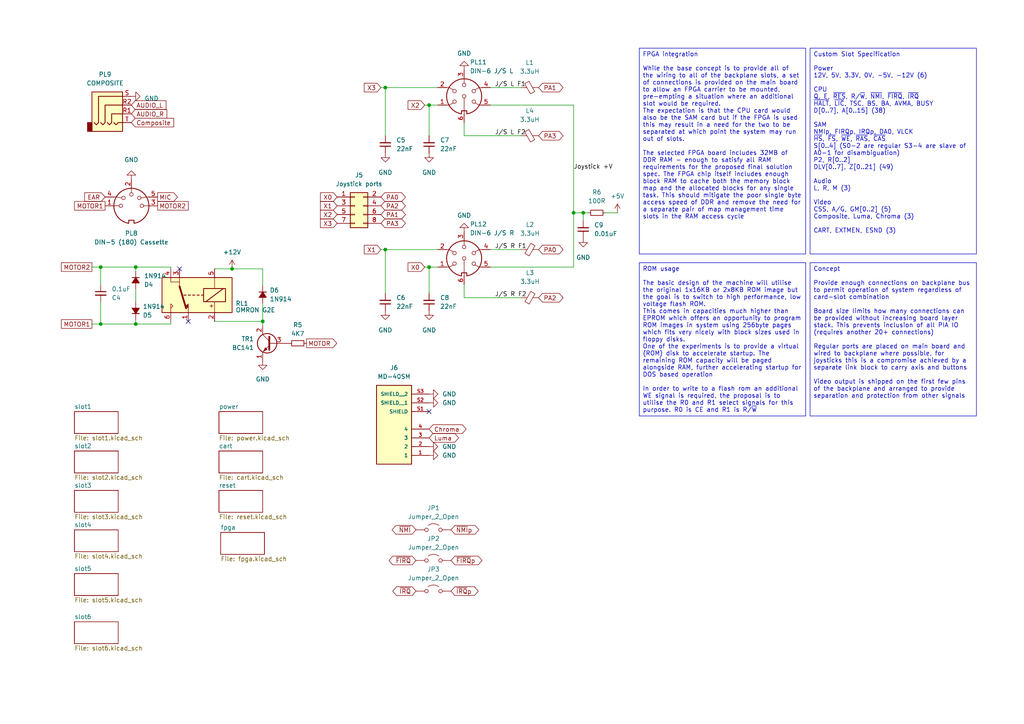
<source format=kicad_sch>
(kicad_sch (version 20231120) (generator "eeschema") (generator_version "8.0")
  (paper "A4")
  (lib_symbols
    (symbol "Connector:DIN-5_180degree" (pin_names (offset 1.016))
      (property "Reference" "J" (at 3.175 5.715 0))
      (property "Value" "DIN-5_180degree" (at 0 -6.35 0))
      (symbol "DIN-5_180degree_0_1"
        (arc (start -5.08 0) (mid -3.8597 -3.3379) (end -0.762 -5.08) (stroke (width 0.254)))
        (circle (center -3.048 0) (radius 0.508))
        (circle (center -2.286 2.286) (radius 0.508))
        (polyline (pts (xy -5.08 0) (xy -3.556 0)))
        (polyline (pts (xy 0 5.08) (xy 0 3.81)))
        (polyline (pts (xy 5.08 0) (xy 3.556 0)))
        (polyline (pts (xy -5.08 2.54) (xy -4.318 2.54) (xy -2.794 2.286)))
        (polyline (pts (xy 5.08 2.54) (xy 4.318 2.54) (xy 2.794 2.286)))
        (polyline (pts (xy -0.762 -4.953) (xy -0.762 -4.191) (xy 0.762 -4.191) (xy 0.762 -4.953)) (stroke (width 0.254)))
        (circle (center 0 3.302) (radius 0.508))
        (arc (start 0.762 -5.08) (mid 3.8673 -3.3444) (end 5.08 0) (stroke (width 0.254)))
        (circle (center 2.286 2.286) (radius 0.508))
        (circle (center 3.048 0) (radius 0.508))
        (arc (start 5.08 0) (mid 0 5.0579) (end -5.08 0) (stroke (width 0.254)))
      )
      (symbol "DIN-5_180degree_1_1"
        (pin passive line (at -7.62 0 0) (length 2.54) (name "~") (number "1"))
        (pin passive line (at 0 7.62 270) (length 2.54) (name "~") (number "2"))
        (pin passive line (at 7.62 0 180) (length 2.54) (name "~") (number "3"))
        (pin passive line (at -7.62 2.54 0) (length 2.54) (name "~") (number "4"))
        (pin passive line (at 7.62 2.54 180) (length 2.54) (name "~") (number "5"))
      )
    )
    (symbol "Connector:DIN-6" (pin_names (offset 1.016))
      (property "Reference" "J" (at 3.175 5.715 0))
      (property "Value" "DIN-6" (at 4.445 -4.445 0))
      (symbol "DIN-6_0_1"
        (arc (start -5.08 0) (mid -3.8597 -3.3379) (end -0.762 -5.08) (stroke (width 0.254)))
        (circle (center -2.794 -1.524) (radius 0.508))
        (circle (center -2.794 1.524) (radius 0.508))
        (polyline (pts (xy 0 -5.08) (xy 0 -0.508)))
        (polyline (pts (xy 0 5.08) (xy 0 3.81)))
        (polyline (pts (xy -5.08 -2.54) (xy -4.318 -2.54) (xy -3.175 -1.905)))
        (polyline (pts (xy -5.08 2.54) (xy -4.318 2.54) (xy -3.175 1.905)))
        (polyline (pts (xy 5.08 -2.54) (xy 4.318 -2.54) (xy 3.175 -1.905)))
        (polyline (pts (xy 5.08 2.54) (xy 4.318 2.54) (xy 3.175 1.905)))
        (polyline (pts (xy -0.762 -4.953) (xy -0.762 -4.191) (xy 0.762 -4.191) (xy 0.762 -4.953)) (stroke (width 0.254)))
        (circle (center 0 0) (radius 0.508))
        (circle (center 0 3.302) (radius 0.508))
        (arc (start 0.762 -5.08) (mid 3.8673 -3.3444) (end 5.08 0) (stroke (width 0.254)))
        (circle (center 2.794 -1.524) (radius 0.508))
        (circle (center 2.794 1.524) (radius 0.508))
        (arc (start 5.08 0) (mid 0 5.0579) (end -5.08 0) (stroke (width 0.254)))
      )
      (symbol "DIN-6_1_1"
        (pin passive line (at -7.62 -2.54 0) (length 2.54) (name "~") (number "1"))
        (pin passive line (at -7.62 2.54 0) (length 2.54) (name "~") (number "2"))
        (pin passive line (at 0 7.62 270) (length 2.54) (name "~") (number "3"))
        (pin passive line (at 7.62 2.54 180) (length 2.54) (name "~") (number "4"))
        (pin passive line (at 7.62 -2.54 180) (length 2.54) (name "~") (number "5"))
        (pin passive line (at 0 -7.62 90) (length 2.54) (name "~") (number "6"))
      )
    )
    (symbol "Connector_Audio:AudioJack4"
      (property "Reference" "J" (at 0 8.89 0))
      (property "Value" "AudioJack4" (at 0 6.35 0))
      (symbol "AudioJack4_0_1"
        (rectangle (start -6.35 -5.08) (end -7.62 -7.62) (stroke (width 0.254)) (fill (type outline)))
        (polyline (pts (xy 0 -5.08) (xy 0.635 -5.715) (xy 1.27 -5.08) (xy 2.54 -5.08)) (stroke (width 0.254)))
        (polyline (pts (xy -5.715 -5.08) (xy -5.08 -5.715) (xy -4.445 -5.08) (xy -4.445 2.54) (xy 2.54 2.54)) (stroke (width 0.254)))
        (polyline (pts (xy -1.905 -5.08) (xy -1.27 -5.715) (xy -0.635 -5.08) (xy -0.635 -2.54) (xy 2.54 -2.54)) (stroke (width 0.254)))
        (polyline (pts (xy 2.54 0) (xy -2.54 0) (xy -2.54 -5.08) (xy -3.175 -5.715) (xy -3.81 -5.08)) (stroke (width 0.254)))
        (rectangle (start 2.54 3.81) (end -6.35 -7.62) (stroke (width 0.254)) (fill (type background)))
      )
      (symbol "AudioJack4_1_1"
        (pin passive line (at 5.08 -2.54 180) (length 2.54) (name "~") (number "R1"))
        (pin passive line (at 5.08 0 180) (length 2.54) (name "~") (number "R2"))
        (pin passive line (at 5.08 2.54 180) (length 2.54) (name "~") (number "S"))
        (pin passive line (at 5.08 -5.08 180) (length 2.54) (name "~") (number "T"))
      )
    )
    (symbol "Connector_Generic:Conn_02x04_Odd_Even" (pin_names (offset 1.016) hide)
      (property "Reference" "J" (at 1.27 5.08 0))
      (property "Value" "Conn_02x04_Odd_Even" (at 1.27 -7.62 0))
      (symbol "Conn_02x04_Odd_Even_1_1"
        (rectangle (start -1.27 -4.953) (end 0 -5.207) (stroke (width 0.1524)))
        (rectangle (start -1.27 -2.413) (end 0 -2.667) (stroke (width 0.1524)))
        (rectangle (start -1.27 0.127) (end 0 -0.127) (stroke (width 0.1524)))
        (rectangle (start -1.27 2.667) (end 0 2.413) (stroke (width 0.1524)))
        (rectangle (start -1.27 3.81) (end 3.81 -6.35) (stroke (width 0.254)) (fill (type background)))
        (rectangle (start 3.81 -4.953) (end 2.54 -5.207) (stroke (width 0.1524)))
        (rectangle (start 3.81 -2.413) (end 2.54 -2.667) (stroke (width 0.1524)))
        (rectangle (start 3.81 0.127) (end 2.54 -0.127) (stroke (width 0.1524)))
        (rectangle (start 3.81 2.667) (end 2.54 2.413) (stroke (width 0.1524)))
        (pin passive line (at -5.08 2.54 0) (length 3.81) (name "Pin_1") (number "1"))
        (pin passive line (at 7.62 2.54 180) (length 3.81) (name "Pin_2") (number "2"))
        (pin passive line (at -5.08 0 0) (length 3.81) (name "Pin_3") (number "3"))
        (pin passive line (at 7.62 0 180) (length 3.81) (name "Pin_4") (number "4"))
        (pin passive line (at -5.08 -2.54 0) (length 3.81) (name "Pin_5") (number "5"))
        (pin passive line (at 7.62 -2.54 180) (length 3.81) (name "Pin_6") (number "6"))
        (pin passive line (at -5.08 -5.08 0) (length 3.81) (name "Pin_7") (number "7"))
        (pin passive line (at 7.62 -5.08 180) (length 3.81) (name "Pin_8") (number "8"))
      )
    )
    (symbol "Device:C_Small" (pin_numbers hide) (pin_names (offset 0.254) hide)
      (property "Reference" "C" (at 0.254 1.778 0))
      (property "Value" "C_Small" (at 0.254 -2.032 0))
      (symbol "C_Small_0_1"
        (polyline (pts (xy -1.524 -0.508) (xy 1.524 -0.508)) (stroke (width 0.3302)))
        (polyline (pts (xy -1.524 0.508) (xy 1.524 0.508)) (stroke (width 0.3048)))
      )
      (symbol "C_Small_1_1"
        (pin passive line (at 0 2.54 270) (length 2.032) (name "~") (number "1"))
        (pin passive line (at 0 -2.54 90) (length 2.032) (name "~") (number "2"))
      )
    )
    (symbol "Device:D_Small_Filled" (pin_numbers hide) (pin_names (offset 0.254) hide)
      (property "Reference" "D" (at -1.27 2.032 0))
      (property "Value" "D_Small_Filled" (at -3.81 -2.032 0))
      (symbol "D_Small_Filled_0_1"
        (polyline (pts (xy -0.762 -1.016) (xy -0.762 1.016)) (stroke (width 0.254)))
        (polyline (pts (xy -0.762 0) (xy 0.762 0)))
        (polyline (pts (xy 0.762 -1.016) (xy -0.762 0) (xy 0.762 1.016) (xy 0.762 -1.016)) (stroke (width 0.254)) (fill (type outline)))
      )
      (symbol "D_Small_Filled_1_1"
        (pin passive line (at -2.54 0 0) (length 1.778) (name "K") (number "1"))
        (pin passive line (at 2.54 0 180) (length 1.778) (name "A") (number "2"))
      )
    )
    (symbol "Device:FerriteBead_Small" (pin_numbers hide) (pin_names (offset 0))
      (property "Reference" "FB" (at 1.905 1.27 0))
      (property "Value" "FerriteBead_Small" (at 1.905 -1.27 0))
      (symbol "FerriteBead_Small_0_1"
        (polyline (pts (xy 0 -1.27) (xy 0 -0.7874)))
        (polyline (pts (xy 0 0.889) (xy 0 1.2954)))
        (polyline (pts (xy -1.8288 0.2794) (xy -1.1176 1.4986) (xy 1.8288 -0.2032) (xy 1.1176 -1.4224) (xy -1.8288 0.2794)))
      )
      (symbol "FerriteBead_Small_1_1"
        (pin passive line (at 0 2.54 270) (length 1.27) (name "~") (number "1"))
        (pin passive line (at 0 -2.54 90) (length 1.27) (name "~") (number "2"))
      )
    )
    (symbol "Device:Q_NPN_ECB" (pin_names (offset 0) hide)
      (property "Reference" "Q" (at 5.08 1.27 0))
      (property "Value" "Q_NPN_ECB" (at 5.08 -1.27 0))
      (symbol "Q_NPN_ECB_0_1"
        (polyline (pts (xy 0.635 0.635) (xy 2.54 2.54)))
        (polyline (pts (xy 0.635 -0.635) (xy 2.54 -2.54) (xy 2.54 -2.54)))
        (polyline (pts (xy 0.635 1.905) (xy 0.635 -1.905) (xy 0.635 -1.905)) (stroke (width 0.508)))
        (polyline (pts (xy 1.27 -1.778) (xy 1.778 -1.27) (xy 2.286 -2.286) (xy 1.27 -1.778) (xy 1.27 -1.778)) (fill (type outline)))
        (circle (center 1.27 0) (radius 2.8194) (stroke (width 0.254)))
      )
      (symbol "Q_NPN_ECB_1_1"
        (pin passive line (at 2.54 -5.08 90) (length 2.54) (name "E") (number "1"))
        (pin passive line (at 2.54 5.08 270) (length 2.54) (name "C") (number "2"))
        (pin passive line (at -5.08 0 0) (length 5.715) (name "B") (number "3"))
      )
    )
    (symbol "Device:R_Small" (pin_numbers hide) (pin_names (offset 0.254) hide)
      (property "Reference" "R" (at 0.762 0.508 0))
      (property "Value" "R_Small" (at 0.762 -1.016 0))
      (symbol "R_Small_0_1"
        (rectangle (start -0.762 1.778) (end 0.762 -1.778) (stroke (width 0.2032)))
      )
      (symbol "R_Small_1_1"
        (pin passive line (at 0 2.54 270) (length 0.762) (name "~") (number "1"))
        (pin passive line (at 0 -2.54 90) (length 0.762) (name "~") (number "2"))
      )
    )
    (symbol "Jumper:Jumper_2_Open" (pin_numbers hide) (pin_names (offset 0) hide) (exclude_from_sim yes)
      (property "Reference" "JP" (at 0 2.794 0))
      (property "Value" "Jumper_2_Open" (at 0 -2.286 0))
      (symbol "Jumper_2_Open_0_0"
        (circle (center -2.032 0) (radius 0.508))
        (circle (center 2.032 0) (radius 0.508))
      )
      (symbol "Jumper_2_Open_0_1"
        (arc (start 1.524 1.27) (mid 0 1.778) (end -1.524 1.27))
      )
      (symbol "Jumper_2_Open_1_1"
        (pin passive line (at -5.08 0 0) (length 2.54) (name "A") (number "1"))
        (pin passive line (at 5.08 0 180) (length 2.54) (name "B") (number "2"))
      )
    )
    (symbol "Library:MD-40SM" (pin_names (offset 1.016))
      (property "Reference" "J" (at -5.08 8.382 0))
      (property "Value" "MD-40SM" (at -5.08 -17.78 0))
      (symbol "MD-40SM_0_0"
        (rectangle (start -5.08 -15.24) (end 5.08 7.62) (stroke (width 0.254)) (fill (type background)))
        (pin passive line (at -10.16 5.08 0) (length 5.08) (name "1") (number "1"))
        (pin passive line (at -10.16 2.54 0) (length 5.08) (name "2") (number "2"))
        (pin passive line (at -10.16 0 0) (length 5.08) (name "3") (number "3"))
        (pin passive line (at -10.16 -2.54 0) (length 5.08) (name "4") (number "4"))
        (pin passive line (at -10.16 -7.62 0) (length 5.08) (name "SHIELD") (number "S1"))
        (pin passive line (at -10.16 -10.16 0) (length 5.08) (name "SHIELD__1") (number "S2"))
        (pin passive line (at -10.16 -12.7 0) (length 5.08) (name "SHIELD__2") (number "S3"))
      )
    )
    (symbol "Motorola PIA:G2E"
      (property "Reference" "RL" (at 0 0 0))
      (symbol "G2E_0_0"
        (polyline (pts (xy 7.62 5.08) (xy 7.62 2.54) (xy 6.985 3.175) (xy 7.62 3.81)))
        (text "+" (at -4.191 3.048 0) (effects (font (size 1.27 1.27))))
      )
      (symbol "G2E_0_1"
        (rectangle (start -10.16 5.08) (end 10.16 -5.08) (stroke (width 0.254)) (fill (type background)))
        (rectangle (start -8.255 1.905) (end -1.905 -1.905) (stroke (width 0.254)))
        (polyline (pts (xy -7.62 -1.905) (xy -2.54 1.905)) (stroke (width 0.254)))
        (polyline (pts (xy -5.08 -5.08) (xy -5.08 -1.905)))
        (polyline (pts (xy -5.08 5.08) (xy -5.08 1.905)))
        (polyline (pts (xy -1.905 0) (xy -1.27 0)) (stroke (width 0.254)))
        (polyline (pts (xy -0.635 0) (xy 0 0)) (stroke (width 0.254)))
        (polyline (pts (xy 0.635 0) (xy 1.27 0)) (stroke (width 0.254)))
        (polyline (pts (xy 1.905 0) (xy 2.54 0)) (stroke (width 0.254)))
        (polyline (pts (xy 3.175 0) (xy 3.81 0)) (stroke (width 0.254)))
        (polyline (pts (xy 5.08 -2.54) (xy 3.175 3.81)) (stroke (width 0.508)))
        (polyline (pts (xy 5.08 -2.54) (xy 5.08 -5.08)))
        (polyline (pts (xy 5.08 -3.81) (xy 7.62 -3.81) (xy 7.62 -5.08)))
        (polyline (pts (xy 2.54 5.08) (xy 2.54 2.54) (xy 3.175 3.175) (xy 2.54 3.81)) (fill (type outline)))
      )
      (symbol "G2E_1_1"
        (pin passive line (at 2.54 7.62 270) (length 2.54) (name "~") (number "1"))
        (pin passive line (at -5.08 7.62 270) (length 2.54) (name "~") (number "2"))
        (pin passive line (at 5.08 -7.62 90) (length 2.54) (name "~") (number "3"))
        (pin passive line (at 7.62 -7.62 90) (length 2.54) (name "~") (number "4"))
        (pin passive line (at -5.08 -7.62 90) (length 2.54) (name "~") (number "5"))
        (pin passive line (at 7.62 7.62 270) (length 2.54) (name "~") (number "6"))
      )
    )
    (symbol "power:+12V" (power) (pin_names (offset 0))
      (property "Value" "+12V" (at 0 3.556 0))
      (symbol "+12V_0_1"
        (polyline (pts (xy -0.762 1.27) (xy 0 2.54)))
        (polyline (pts (xy 0 0) (xy 0 2.54)))
        (polyline (pts (xy 0 2.54) (xy 0.762 1.27)))
      )
      (symbol "+12V_1_1"
        (pin power_in line (at 0 0 90) (length 0) hide (name "+12V") (number "1"))
      )
    )
    (symbol "power:+5V" (power) (pin_names (offset 0))
      (property "Value" "+5V" (at 0 3.556 0))
      (symbol "+5V_0_1"
        (polyline (pts (xy -0.762 1.27) (xy 0 2.54)))
        (polyline (pts (xy 0 0) (xy 0 2.54)))
        (polyline (pts (xy 0 2.54) (xy 0.762 1.27)))
      )
      (symbol "+5V_1_1"
        (pin power_in line (at 0 0 90) (length 0) hide (name "+5V") (number "1"))
      )
    )
    (symbol "power:GND" (power) (pin_names (offset 0))
      (property "Value" "GND" (at 0 -3.81 0))
      (symbol "GND_0_1"
        (polyline (pts (xy 0 0) (xy 0 -1.27) (xy 1.27 -1.27) (xy 0 -2.54) (xy -1.27 -1.27) (xy 0 -1.27)))
      )
      (symbol "GND_1_1"
        (pin power_in line (at 0 0 270) (length 0) hide (name "GND") (number "1"))
      )
    )
  )
  (junction (at 111.76 25.4))
  (junction (at 29.21 77.47))
  (junction (at 29.21 93.98))
  (junction (at 76.2 93.218))
  (junction (at 124.46 77.47))
  (junction (at 39.37 77.47))
  (junction (at 169.164 61.722))
  (junction (at 67.31 77.978))
  (junction (at 111.76 72.39))
  (junction (at 124.46 30.48))
  (junction (at 166.37 61.722))
  (junction (at 39.37 93.98))
  (no_connect (at 124.46 119.38))
  (no_connect (at 52.07 77.978))
  (no_connect (at 54.61 93.218))
  (wire (pts (xy 39.37 93.98) (xy 39.37 92.71)))
  (wire (pts (xy 124.46 30.48) (xy 127 30.48)))
  (wire (pts (xy 29.21 82.55) (xy 29.21 77.47)))
  (wire (pts (xy 123.19 30.48) (xy 124.46 30.48)))
  (wire (pts (xy 111.76 25.4) (xy 127 25.4)))
  (wire (pts (xy 39.37 93.98) (xy 49.53 93.98)))
  (wire (pts (xy 142.24 30.48) (xy 166.37 30.48)))
  (wire (pts (xy 67.31 77.978) (xy 76.2 77.978)))
  (wire (pts (xy 26.67 77.47) (xy 29.21 77.47)))
  (wire (pts (xy 29.21 77.47) (xy 39.37 77.47)))
  (wire (pts (xy 62.23 77.978) (xy 67.31 77.978)))
  (wire (pts (xy 166.37 77.47) (xy 166.37 61.722)))
  (wire (pts (xy 111.76 72.39) (xy 110.49 72.39)))
  (wire (pts (xy 111.76 72.39) (xy 111.76 85.09)))
  (wire (pts (xy 76.2 88.011) (xy 76.2 93.218)))
  (wire (pts (xy 166.37 30.48) (xy 166.37 61.722)))
  (wire (pts (xy 76.2 93.218) (xy 76.2 94.488)))
  (wire (pts (xy 169.164 61.722) (xy 170.561 61.722)))
  (wire (pts (xy 142.24 72.39) (xy 151.13 72.39)))
  (wire (pts (xy 76.2 77.978) (xy 76.2 82.931)))
  (wire (pts (xy 39.37 83.82) (xy 39.37 87.63)))
  (wire (pts (xy 39.37 77.47) (xy 49.53 77.47)))
  (wire (pts (xy 166.37 61.722) (xy 169.164 61.722)))
  (wire (pts (xy 142.24 77.47) (xy 166.37 77.47)))
  (wire (pts (xy 49.53 93.218) (xy 49.53 93.98)))
  (wire (pts (xy 169.164 64.008) (xy 169.164 61.722)))
  (wire (pts (xy 111.76 72.39) (xy 127 72.39)))
  (wire (pts (xy 124.46 77.47) (xy 127 77.47)))
  (wire (pts (xy 124.46 77.47) (xy 124.46 85.09)))
  (wire (pts (xy 123.19 77.47) (xy 124.46 77.47)))
  (wire (pts (xy 29.21 93.98) (xy 39.37 93.98)))
  (wire (pts (xy 142.24 25.4) (xy 151.13 25.4)))
  (wire (pts (xy 111.76 25.4) (xy 111.76 39.37)))
  (wire (pts (xy 134.62 86.36) (xy 151.13 86.36)))
  (wire (pts (xy 62.23 93.218) (xy 76.2 93.218)))
  (wire (pts (xy 29.21 87.63) (xy 29.21 93.98)))
  (wire (pts (xy 179.07 61.722) (xy 175.641 61.722)))
  (wire (pts (xy 111.76 25.4) (xy 110.49 25.4)))
  (wire (pts (xy 49.53 77.47) (xy 49.53 77.978)))
  (wire (pts (xy 134.62 39.37) (xy 151.13 39.37)))
  (wire (pts (xy 124.46 30.48) (xy 124.46 39.37)))
  (wire (pts (xy 26.67 93.98) (xy 29.21 93.98)))
  (wire (pts (xy 39.37 78.74) (xy 39.37 77.47)))
  (wire (pts (xy 134.62 82.55) (xy 134.62 86.36)))
  (wire (pts (xy 134.62 35.56) (xy 134.62 39.37)))
  (text_box "ROM usage\n\nThe basic design of the machine will utilise the original 1x16KB or 2x8KB ROM image but the goal is to switch to high performance, low voltage flash ROM. \nThis comes in capacities much higher than EPROM which offers an opportunity to program ROM images in system using 256byte pages which fits very nicely with block sizes used in floppy disks.\nOne of the experiments is to provide a virtual (ROM) disk to accelerate startup. The remaining ROM capacity will be paged alongside RAM, further accelerating startup for DOS based operation\n\nIn order to write to a flash rom an additional WE signal is required, the proposal is to utilise the R0 and R1 select signals for this purpose. R0 is CE and R1 is R/~{W}" (at 185.42 76.2 0) (size 48.26 44.45) (effects (font (size 1.27 1.27)) (justify left top)))
  (text_box "FPGA integration\n\nWhile the base concept is to provide all of the wiring to all of the backplane slots, a set of connections is provided on the main board to allow an FPGA carrier to be mounted, pre-empting a situation where an additional slot would be required.\nThe expectation is that the CPU card would also be the SAM card but if the FPGA is used this may result in a need for the two to be separated at which point the system may run out of slots.\n\nThe selected FPGA board includes 32MB of DDR RAM - enough to satisfy all RAM requirements for the proposed final solution spec. The FPGA chip itself includes enough block RAM to cache both the memory block map and the allocated blocks for any single task. This should mitigate the poor single byte access speed of DDR and remove the need for a separate pair of map management time slots in the RAM access cycle" (at 185.42 13.97 0) (size 48.26 59.69) (effects (font (size 1.27 1.27)) (justify left top)))
  (text_box "Custom Slot Specification\n\nPower\n12V, 5V, 3.3V, 0V, -5V, -12V (6)\n\nCPU\nQ, E, ~{RES}, R/~{W}, ~{NMI}, ~{FIRQ}, ~{IRQ}\n~{HALT}, ~{LIC}, TSC, BS, BA, AVMA, BUSY\nD[0..7], A[0..15] (38)\n\nSAM\nNMIp, FIRQp, IRQp, DA0, VLCK\n~{HS}, ~{FS}, ~{WE}, ~{RAS}, ~{CAS}\nS[0..4] (S0-2 are regular S3-4 are slave of A0-1 for disambiguation)\nP2, R[0..2] \nDLV[0..7], Z[0..21] (49)\n\nAudio\nL, R, M (3)\n\nVideo\nCSS, A/G, GM[0..2] (5)\nComposite, Luma, Chroma (3)\n\nCART, EXTMEN, ESND (3)" (at 234.95 13.97 0) (size 48.26 59.69) (effects (font (size 1.27 1.27)) (justify left top)))
  (text_box "Concept\n\nProvide enough connections on backplane bus to permit operation of system regardless of card-slot combination\n\nBoard size limits how many connections can be provided without increasing board layer stack. This prevents inclusion of all PIA IO (requires another 20+ connections)\n\nRegular ports are placed on main board and wired to backplane where possible, for joysticks this is a compromise achieved by a separate link block to carry axis and buttons\n\nVideo output is shipped on the first few pins of the backplane and arranged to provide separation and protection from other signals" (at 234.95 76.2 0) (size 48.26 44.45) (effects (font (size 1.27 1.27)) (justify left top)))
  (label "Joystick +V" (at 166.37 49.3521 0))
  (label "J{slash}S R F2" (at 143.51 86.36 0))
  (label "J{slash}S L F2" (at 143.51 39.37 0))
  (label "J{slash}S L F1" (at 143.51 25.4 0))
  (label "J{slash}S R F1" (at 143.51 72.39 0))
  (global_label "MOTOR1" (shape passive) (at 30.48 59.69 180) (property "Intersheetrefs" "${INTERSHEET_REFS}" (effects (hide yes))))
  (global_label "X3" (shape input) (at 110.49 25.4 180) (property "Intersheetrefs" "${INTERSHEET_REFS}" (effects (hide yes))))
  (global_label "X0" (shape input) (at 123.19 77.47 180) (property "Intersheetrefs" "${INTERSHEET_REFS}" (effects (hide yes))))
  (global_label "PA1" (shape bidirectional) (at 156.21 25.4 0) (property "Intersheetrefs" "${INTERSHEET_REFS}" (effects (hide yes))))
  (global_label "PA2" (shape bidirectional) (at 110.49 59.69 0) (property "Intersheetrefs" "${INTERSHEET_REFS}" (effects (hide yes))))
  (global_label "~{IRQ}" (shape bidirectional) (at 120.65 171.45 180) (property "Intersheetrefs" "${INTERSHEET_REFS}" (effects (hide yes))))
  (global_label "PA0" (shape bidirectional) (at 110.49 57.15 0) (property "Intersheetrefs" "${INTERSHEET_REFS}" (effects (hide yes))))
  (global_label "MOTOR1" (shape passive) (at 26.67 93.98 180) (property "Intersheetrefs" "${INTERSHEET_REFS}" (effects (hide yes))))
  (global_label "X2" (shape input) (at 97.79 62.23 180) (property "Intersheetrefs" "${INTERSHEET_REFS}" (effects (hide yes))))
  (global_label "AUDIO_R" (shape input) (at 38.1 33.02 0) (property "Intersheetrefs" "${INTERSHEET_REFS}" (effects (hide yes))))
  (global_label "MOTOR" (shape output) (at 88.9 99.568 0) (property "Intersheetrefs" "${INTERSHEET_REFS}" (effects (hide yes))))
  (global_label "X1" (shape input) (at 97.79 59.69 180) (property "Intersheetrefs" "${INTERSHEET_REFS}" (effects (hide yes))))
  (global_label "~{FIRQ}p" (shape bidirectional) (at 130.81 162.56 0) (property "Intersheetrefs" "${INTERSHEET_REFS}" (effects (hide yes))))
  (global_label "X0" (shape input) (at 97.79 57.15 180) (property "Intersheetrefs" "${INTERSHEET_REFS}" (effects (hide yes))))
  (global_label "PA1" (shape bidirectional) (at 110.49 62.23 0) (property "Intersheetrefs" "${INTERSHEET_REFS}" (effects (hide yes))))
  (global_label "X3" (shape input) (at 97.79 64.77 180) (property "Intersheetrefs" "${INTERSHEET_REFS}" (effects (hide yes))))
  (global_label "EAR" (shape input) (at 30.48 57.15 180) (property "Intersheetrefs" "${INTERSHEET_REFS}" (effects (hide yes))))
  (global_label "~{NMI}p" (shape bidirectional) (at 130.81 153.67 0) (property "Intersheetrefs" "${INTERSHEET_REFS}" (effects (hide yes))))
  (global_label "MIC" (shape output) (at 45.72 57.15 0) (property "Intersheetrefs" "${INTERSHEET_REFS}" (effects (hide yes))))
  (global_label "X2" (shape input) (at 123.19 30.48 180) (property "Intersheetrefs" "${INTERSHEET_REFS}" (effects (hide yes))))
  (global_label "MOTOR2" (shape passive) (at 45.72 59.69 0) (property "Intersheetrefs" "${INTERSHEET_REFS}" (effects (hide yes))))
  (global_label "PA3" (shape bidirectional) (at 110.49 64.77 0) (property "Intersheetrefs" "${INTERSHEET_REFS}" (effects (hide yes))))
  (global_label "Composite" (shape input) (at 38.1 35.56 0) (property "Intersheetrefs" "${INTERSHEET_REFS}" (effects (hide yes))))
  (global_label "PA3" (shape bidirectional) (at 156.21 39.37 0) (property "Intersheetrefs" "${INTERSHEET_REFS}" (effects (hide yes))))
  (global_label "~{NMI}" (shape bidirectional) (at 120.65 153.67 180) (property "Intersheetrefs" "${INTERSHEET_REFS}" (effects (hide yes))))
  (global_label "PA2" (shape bidirectional) (at 156.21 86.36 0) (property "Intersheetrefs" "${INTERSHEET_REFS}" (effects (hide yes))))
  (global_label "Luma" (shape bidirectional) (at 124.46 127 0) (property "Intersheetrefs" "${INTERSHEET_REFS}" (effects (hide yes))))
  (global_label "~{IRQ}p" (shape bidirectional) (at 130.81 171.45 0) (property "Intersheetrefs" "${INTERSHEET_REFS}" (effects (hide yes))))
  (global_label "AUDIO_L" (shape input) (at 38.1 30.48 0) (property "Intersheetrefs" "${INTERSHEET_REFS}" (effects (hide yes))))
  (global_label "~{FIRQ}" (shape bidirectional) (at 120.65 162.56 180) (property "Intersheetrefs" "${INTERSHEET_REFS}" (effects (hide yes))))
  (global_label "MOTOR2" (shape passive) (at 26.67 77.47 180) (property "Intersheetrefs" "${INTERSHEET_REFS}" (effects (hide yes))))
  (global_label "X1" (shape input) (at 110.49 72.39 180) (property "Intersheetrefs" "${INTERSHEET_REFS}" (effects (hide yes))))
  (global_label "PA0" (shape bidirectional) (at 156.21 72.39 0) (property "Intersheetrefs" "${INTERSHEET_REFS}" (effects (hide yes))))
  (global_label "Chroma" (shape bidirectional) (at 124.46 124.46 0) (property "Intersheetrefs" "${INTERSHEET_REFS}" (effects (hide yes))))
  (symbol (lib_id "Device:C_Small") (at 111.76 87.63 180) (unit 1)
    (property "Reference" "C6" (at 114.935 86.3535 0) (effects (justify right)))
    (property "Value" "22nF" (at 114.935 88.8935 0) (effects (justify right)))
    (property "Footprint" "Capacitor_THT:C_Disc_D5.0mm_W2.5mm_P5.00mm" (effects (hide yes)))
    (property "Datasheet" "https://www.vishay.com/docs/45171/kseries.pdf" (effects (hide yes)))
    (property "DigiKey" "BC2677CT-ND" (effects (hide yes)))
  )
  (symbol (lib_id "power:GND") (at 169.164 69.088 0) (unit 1)
    (property "Reference" "#PWR067" (effects (hide yes)))
    (property "Value" "GND" (at 169.164 74.676 0))
  )
  (symbol (lib_id "Device:FerriteBead_Small") (at 153.67 25.4 90) (mirror x) (unit 1)
    (property "Reference" "L1" (at 153.6319 18.161 90))
    (property "Value" "3.3uH" (at 153.6319 20.701 90))
    (property "Footprint" "Inductor_THT:L_Axial_L7.0mm_D3.3mm_P12.70mm_Horizontal_Fastron_MICC" (effects (hide yes)))
    (property "DigiKey" "495-5561-1-ND" (effects (hide yes)))
  )
  (symbol (lib_id "power:+5V") (at 179.07 61.722 0) (unit 1)
    (property "Reference" "#PWR068" (effects (hide yes)))
    (property "Value" "+5V" (at 179.07 56.896 0))
  )
  (symbol (lib_id "Device:D_Small_Filled") (at 39.37 81.28 270) (unit 1)
    (property "Reference" "D4" (at 41.783 82.5501 90) (effects (justify left)))
    (property "Value" "1N914" (at 41.783 80.0101 90) (effects (justify left)))
    (property "Footprint" "Diode_THT:D_DO-35_SOD27_P12.70mm_Horizontal" (effects (hide yes)))
    (property "Datasheet" "http://www.vishay.com/docs/85622/1n914.pdf" (effects (hide yes)))
    (property "DigiKey" "1N914FS-ND" (effects (hide yes)))
  )
  (symbol (lib_id "Connector:DIN-6") (at 134.62 74.93 0) (unit 1)
    (property "Reference" "PL12" (at 136.2711 65.024 0) (effects (justify left)))
    (property "Value" "DIN-6 J/S R" (at 136.2711 67.564 0) (effects (justify left)))
    (property "Footprint" "Library:DIN-6_DELTRON_671-0601_Horizontal" (effects (hide yes)))
    (property "Datasheet" "https://www.dem-uk.com/deltron-components/Data/Product_Downloads/deltron-671-0501-5-way-din-socket-data.pdf" (effects (hide yes)))
    (property "Note" "RS Components" (effects (hide yes)))
  )
  (symbol (lib_id "power:GND") (at 124.46 129.54 90) (unit 1)
    (property "Reference" "#PWR073" (effects (hide yes)))
    (property "Value" "GND" (at 128.27 129.5399 90) (effects (justify right)))
  )
  (symbol (lib_id "Device:D_Small_Filled") (at 39.37 90.17 270) (mirror x) (unit 1)
    (property "Reference" "D5" (at 41.402 91.4401 90) (effects (justify left)))
    (property "Value" "1N914" (at 41.402 88.9001 90) (effects (justify left)))
    (property "Footprint" "Diode_THT:D_DO-35_SOD27_P12.70mm_Horizontal" (effects (hide yes)))
    (property "Datasheet" "http://www.vishay.com/docs/85622/1n914.pdf" (effects (hide yes)))
    (property "DigiKey" "1N914FS-ND" (effects (hide yes)))
  )
  (symbol (lib_id "power:GND") (at 124.46 116.84 90) (unit 1)
    (property "Reference" "#PWR070" (effects (hide yes)))
    (property "Value" "GND" (at 128.27 116.8399 90) (effects (justify right)))
  )
  (symbol (lib_id "power:GND") (at 38.1 52.07 0) (mirror x) (unit 1)
    (property "Reference" "#PWR052" (effects (hide yes)))
    (property "Value" "GND" (at 38.1 46.355 0))
  )
  (symbol (lib_id "Connector:DIN-6") (at 134.62 27.94 0) (unit 1)
    (property "Reference" "PL11" (at 136.2711 18.034 0) (effects (justify left)))
    (property "Value" "DIN-6 J/S L" (at 136.2711 20.574 0) (effects (justify left)))
    (property "Footprint" "Library:DIN-6_DELTRON_671-0601_Horizontal" (effects (hide yes)))
    (property "Datasheet" "https://www.dem-uk.com/deltron-components/Data/Product_Downloads/deltron-671-0501-5-way-din-socket-data.pdf" (effects (hide yes)))
    (property "Note" "RS Components" (effects (hide yes)))
  )
  (symbol (lib_id "Device:C_Small") (at 29.21 85.09 0) (mirror y) (unit 1)
    (property "Reference" "C4" (at 32.385 86.3665 0) (effects (justify right)))
    (property "Value" "0.1uF" (at 32.385 83.8265 0) (effects (justify right)))
    (property "Footprint" "Capacitor_THT:C_Disc_D4.3mm_W1.9mm_P5.00mm" (effects (hide yes)))
    (property "Datasheet" "https://www.vishay.com/docs/45171/kseries.pdf" (effects (hide yes)))
    (property "DigiKey" "BC1101CT-ND" (effects (hide yes)))
  )
  (symbol (lib_id "Motorola PIA:G2E") (at 57.15 85.598 180) (unit 1)
    (property "Reference" "RL1" (at 68.326 88.0109 0) (effects (justify right)))
    (property "Value" "OMRON G2E" (at 68.326 89.916 0) (effects (justify right)))
    (property "Footprint" "Library:OMRON_G2E" (effects (hide yes)))
    (property "Datasheet" "https://www.te.com/commerce/DocumentDelivery/DDEController?Action=srchrtrv&DocNm=108-98010&DocType=Specification%20Or%20Standard&DocLang=English&DocFormat=pdf&PartCntxt=3-1393779-3" (effects (hide yes)))
    (property "DigiKey" "PB1623-ND" (effects (hide yes)))
  )
  (symbol (lib_id "Device:R_Small") (at 173.101 61.722 270) (unit 1)
    (property "Reference" "R6" (at 173.101 55.753 90))
    (property "Value" "100R" (at 173.101 58.293 90))
    (property "Footprint" "Resistor_THT:R_Axial_DIN0204_L3.6mm_D1.6mm_P2.54mm_Vertical" (effects (hide yes)))
    (property "DigiKey" "CF14JT100RCT-ND" (effects (hide yes)))
  )
  (symbol (lib_id "Device:R_Small") (at 86.36 99.568 90) (mirror x) (unit 1)
    (property "Reference" "R5" (at 86.36 94.234 90))
    (property "Value" "4K7" (at 86.36 96.774 90))
    (property "Footprint" "Resistor_THT:R_Axial_DIN0204_L3.6mm_D1.6mm_P2.54mm_Vertical" (effects (hide yes)))
    (property "DigiKey" "CF14JT4K70CT-ND" (effects (hide yes)))
  )
  (symbol (lib_id "Device:C_Small") (at 124.46 41.91 180) (unit 1)
    (property "Reference" "C7" (at 127.635 40.6335 0) (effects (justify right)))
    (property "Value" "22nF" (at 127.635 43.1735 0) (effects (justify right)))
    (property "Footprint" "Capacitor_THT:C_Disc_D5.0mm_W2.5mm_P5.00mm" (effects (hide yes)))
    (property "Datasheet" "https://www.vishay.com/docs/45171/kseries.pdf" (effects (hide yes)))
    (property "DigiKey" "BC2677CT-ND" (effects (hide yes)))
  )
  (symbol (lib_id "power:GND") (at 134.62 20.32 180) (unit 1)
    (property "Reference" "#PWR065" (effects (hide yes)))
    (property "Value" "GND" (at 134.62 15.494 0))
  )
  (symbol (lib_id "Device:C_Small") (at 124.46 87.63 180) (unit 1)
    (property "Reference" "C8" (at 127.635 86.3535 0) (effects (justify right)))
    (property "Value" "22nF" (at 127.635 88.8935 0) (effects (justify right)))
    (property "Footprint" "Capacitor_THT:C_Disc_D5.0mm_W2.5mm_P5.00mm" (effects (hide yes)))
    (property "Datasheet" "https://www.vishay.com/docs/45171/kseries.pdf" (effects (hide yes)))
    (property "DigiKey" "BC2677CT-ND" (effects (hide yes)))
  )
  (symbol (lib_id "Connector_Audio:AudioJack4") (at 33.02 30.48 0) (unit 1)
    (property "Reference" "PL9" (at 30.48 21.59 0))
    (property "Value" "COMPOSITE" (at 30.48 24.13 0))
    (property "Footprint" "Connector_Audio:Jack_3.5mm_PJ320E_Horizontal" (effects (hide yes)))
    (property "Description" "Audio Jack, 4 Poles (TRRS)" (effects (hide yes)))
  )
  (symbol (lib_id "Device:D_Small_Filled") (at 76.2 85.471 270) (unit 1)
    (property "Reference" "D6" (at 78.232 84.2009 90) (effects (justify left)))
    (property "Value" "1N914" (at 78.232 86.7409 90) (effects (justify left)))
    (property "Footprint" "Diode_THT:D_DO-35_SOD27_P12.70mm_Horizontal" (effects (hide yes)))
    (property "Datasheet" "http://www.vishay.com/docs/85622/1n914.pdf" (effects (hide yes)))
    (property "DigiKey" "1N914FS-ND" (effects (hide yes)))
  )
  (symbol (lib_id "Device:C_Small") (at 111.76 41.91 180) (unit 1)
    (property "Reference" "C5" (at 114.935 40.6335 0) (effects (justify right)))
    (property "Value" "22nF" (at 114.935 43.1735 0) (effects (justify right)))
    (property "Footprint" "Capacitor_THT:C_Disc_D5.0mm_W2.5mm_P5.00mm" (effects (hide yes)))
    (property "Datasheet" "https://www.vishay.com/docs/45171/kseries.pdf" (effects (hide yes)))
    (property "DigiKey" "BC2677CT-ND" (effects (hide yes)))
  )
  (symbol (lib_id "Library:MD-40SM") (at 114.3 127 180) (unit 1)
    (property "Reference" "J6" (at 114.3 106.68 0))
    (property "Value" "MD-40SM" (at 114.3 109.22 0))
    (property "Footprint" "Library:CUI_MD-40SM" (effects (hide yes)))
    (property "PARTREV" "02/18/2022" (effects (hide yes)))
    (property "STANDARD" "Manufacturer Recommendations" (effects (hide yes)))
    (property "MAXIMUM_PACKAGE_HEIGHT" "12.8 mm" (effects (hide yes)))
    (property "MANUFACTURER" "CUI" (effects (hide yes)))
  )
  (symbol (lib_id "power:GND") (at 124.46 44.45 0) (unit 1)
    (property "Reference" "#PWR063" (effects (hide yes)))
    (property "Value" "GND" (at 124.46 50.038 0))
  )
  (symbol (lib_id "power:GND") (at 38.1 27.94 90) (unit 1)
    (property "Reference" "#PWR046" (effects (hide yes)))
    (property "Value" "GND" (at 41.91 28.575 90) (effects (justify right)))
  )
  (symbol (lib_id "Device:FerriteBead_Small") (at 153.67 39.37 90) (mirror x) (unit 1)
    (property "Reference" "L4" (at 153.6319 32.131 90))
    (property "Value" "3.3uH" (at 153.6319 34.671 90))
    (property "Footprint" "Inductor_THT:L_Axial_L7.0mm_D3.3mm_P12.70mm_Horizontal_Fastron_MICC" (effects (hide yes)))
    (property "DigiKey" "495-5561-1-ND" (effects (hide yes)))
  )
  (symbol (lib_id "power:GND") (at 124.46 114.3 90) (unit 1)
    (property "Reference" "#PWR069" (effects (hide yes)))
    (property "Value" "GND" (at 128.27 114.2999 90) (effects (justify right)))
  )
  (symbol (lib_id "Jumper:Jumper_2_Open") (at 125.73 153.67 0) (unit 1) (exclude_from_sim yes)
    (property "Reference" "JP1" (at 125.73 147.32 0))
    (property "Value" "Jumper_2_Open" (at 125.73 149.86 0))
    (property "Footprint" "Jumper:SolderJumper-2_P1.3mm_Open_RoundedPad1.0x1.5mm" (effects (hide yes)))
    (property "Description" "Jumper, 2-pole, open" (effects (hide yes)))
  )
  (symbol (lib_id "power:GND") (at 124.46 132.08 90) (unit 1)
    (property "Reference" "#PWR072" (effects (hide yes)))
    (property "Value" "GND" (at 128.27 132.0799 90) (effects (justify right)))
  )
  (symbol (lib_id "power:GND") (at 134.62 67.31 180) (unit 1)
    (property "Reference" "#PWR066" (effects (hide yes)))
    (property "Value" "GND" (at 134.62 62.484 0))
  )
  (symbol (lib_id "power:+12V") (at 67.31 77.978 0) (unit 1)
    (property "Reference" "#PWR059" (effects (hide yes)))
    (property "Value" "+12V" (at 67.31 73.152 0))
  )
  (symbol (lib_id "power:GND") (at 111.76 44.45 0) (unit 1)
    (property "Reference" "#PWR061" (effects (hide yes)))
    (property "Value" "GND" (at 111.76 50.038 0))
  )
  (symbol (lib_id "power:GND") (at 124.46 90.17 0) (unit 1)
    (property "Reference" "#PWR064" (effects (hide yes)))
    (property "Value" "GND" (at 124.46 95.758 0))
  )
  (symbol (lib_id "Device:FerriteBead_Small") (at 153.67 72.39 270) (unit 1)
    (property "Reference" "L2" (at 153.7081 65.151 90))
    (property "Value" "3.3uH" (at 153.7081 67.691 90))
    (property "Footprint" "Inductor_THT:L_Axial_L7.0mm_D3.3mm_P12.70mm_Horizontal_Fastron_MICC" (effects (hide yes)))
    (property "DigiKey" "495-5561-1-ND" (effects (hide yes)))
  )
  (symbol (lib_id "Jumper:Jumper_2_Open") (at 125.73 171.45 0) (unit 1) (exclude_from_sim yes)
    (property "Reference" "JP3" (at 125.73 165.1 0))
    (property "Value" "Jumper_2_Open" (at 125.73 167.64 0))
    (property "Footprint" "Jumper:SolderJumper-2_P1.3mm_Open_RoundedPad1.0x1.5mm" (effects (hide yes)))
    (property "Description" "Jumper, 2-pole, open" (effects (hide yes)))
  )
  (symbol (lib_id "Jumper:Jumper_2_Open") (at 125.73 162.56 0) (unit 1) (exclude_from_sim yes)
    (property "Reference" "JP2" (at 125.73 156.21 0))
    (property "Value" "Jumper_2_Open" (at 125.73 158.75 0))
    (property "Footprint" "Jumper:SolderJumper-2_P1.3mm_Open_RoundedPad1.0x1.5mm" (effects (hide yes)))
    (property "Description" "Jumper, 2-pole, open" (effects (hide yes)))
  )
  (symbol (lib_id "Device:C_Small") (at 169.164 66.548 180) (unit 1)
    (property "Reference" "C9" (at 172.339 65.2715 0) (effects (justify right)))
    (property "Value" "0.01uF" (at 172.339 67.8115 0) (effects (justify right)))
    (property "Footprint" "Capacitor_THT:C_Disc_D4.3mm_W1.9mm_P5.00mm" (effects (hide yes)))
    (property "Datasheet" "https://www.vishay.com/docs/45171/kseries.pdf" (effects (hide yes)))
    (property "DigiKey" "BC2662CT-ND" (effects (hide yes)))
  )
  (symbol (lib_id "Connector_Generic:Conn_02x04_Odd_Even") (at 102.87 59.69 0) (unit 1)
    (property "Reference" "J5" (at 104.14 50.8 0))
    (property "Value" "Joystick ports" (at 104.14 53.34 0))
    (property "Footprint" "Connector_PinHeader_2.54mm:PinHeader_2x04_P2.54mm_Vertical" (effects (hide yes)))
    (property "Description" "Generic connector, double row, 02x04, odd/even pin numbering scheme (row 1 odd numbers, row 2 even numbers), script generated (kicad-library-utils/schlib/autogen/connector/)" (effects (hide yes)))
  )
  (symbol (lib_id "Device:Q_NPN_ECB") (at 78.74 99.568 0) (mirror y) (unit 1)
    (property "Reference" "TR1" (at 73.66 98.2979 0) (effects (justify left)))
    (property "Value" "BC141" (at 73.66 100.8379 0) (effects (justify left)))
    (property "Footprint" "Package_TO_SOT_THT:TO-92" (effects (hide yes)))
    (property "Description" "NPN transistor, emitter/collector/base" (effects (hide yes)))
  )
  (symbol (lib_id "power:GND") (at 76.2 104.648 0) (unit 1)
    (property "Reference" "#PWR060" (effects (hide yes)))
    (property "Value" "GND" (at 76.2 109.982 0))
  )
  (symbol (lib_id "power:GND") (at 111.76 90.17 0) (unit 1)
    (property "Reference" "#PWR062" (effects (hide yes)))
    (property "Value" "GND" (at 111.76 95.758 0))
  )
  (symbol (lib_id "Connector:DIN-5_180degree") (at 38.1 59.69 0) (unit 1)
    (property "Reference" "PL8" (at 38.1001 67.691 0))
    (property "Value" "DIN-5 (180) Cassette" (at 38.1001 70.231 0))
    (property "Footprint" "Library:DIN-5_DELTRON_671-0501_45deg_Horizontal" (effects (hide yes)))
    (property "Datasheet" "https://www.dem-uk.com/deltron-components/Data/Product_Downloads/deltron-671-0501-5-way-din-socket-data.pdf" (effects (hide yes)))
    (property "Note" "RS Components" (effects (hide yes)))
  )
  (symbol (lib_id "Device:FerriteBead_Small") (at 153.67 86.36 270) (unit 1)
    (property "Reference" "L3" (at 153.7081 79.121 90))
    (property "Value" "3.3uH" (at 153.7081 81.661 90))
    (property "Footprint" "Inductor_THT:L_Axial_L7.0mm_D3.3mm_P12.70mm_Horizontal_Fastron_MICC" (effects (hide yes)))
    (property "DigiKey" "495-5561-1-ND" (effects (hide yes)))
  )
  (sheet (at 63.5 142.24) (size 12.7 6.35) (stroke (width 0.1524))
    (property "Sheetname" "reset" (at 63.5 141.5284 0) (effects (justify left bottom)))
    (property "Sheetfile" "reset.kicad_sch" (at 63.5 149.1746 0) (effects (justify left top)))
  )
  (sheet (at 21.59 180.34) (size 12.7 6.35) (stroke (width 0.1524))
    (property "Sheetname" "slot6" (at 21.59 179.6284 0) (effects (justify left bottom)))
    (property "Sheetfile" "slot6.kicad_sch" (at 21.59 187.2746 0) (effects (justify left top)))
  )
  (sheet (at 21.59 119.38) (size 12.7 6.35) (stroke (width 0.1524))
    (property "Sheetname" "slot1" (at 21.59 118.6684 0) (effects (justify left bottom)))
    (property "Sheetfile" "slot1.kicad_sch" (at 21.59 126.3146 0) (effects (justify left top)))
  )
  (sheet (at 21.59 130.81) (size 12.7 6.35) (stroke (width 0.1524))
    (property "Sheetname" "slot2" (at 21.59 130.0984 0) (effects (justify left bottom)))
    (property "Sheetfile" "slot2.kicad_sch" (at 21.59 137.7446 0) (effects (justify left top)))
  )
  (sheet (at 64.008 154.432) (size 12.7 6.35) (stroke (width 0.1524))
    (property "Sheetname" "fpga" (at 64.008 153.7204 0) (effects (justify left bottom)))
    (property "Sheetfile" "fpga.kicad_sch" (at 64.008 161.3666 0) (effects (justify left top)))
  )
  (sheet (at 63.5 119.38) (size 12.7 6.35) (stroke (width 0.1524))
    (property "Sheetname" "power" (at 63.5 118.6684 0) (effects (justify left bottom)))
    (property "Sheetfile" "power.kicad_sch" (at 63.5 126.3146 0) (effects (justify left top)))
  )
  (sheet (at 21.59 166.37) (size 12.7 6.35) (stroke (width 0.1524))
    (property "Sheetname" "slot5" (at 21.59 165.6584 0) (effects (justify left bottom)))
    (property "Sheetfile" "slot5.kicad_sch" (at 21.59 173.3046 0) (effects (justify left top)))
  )
  (sheet (at 21.59 153.67) (size 12.7 6.35) (stroke (width 0.1524))
    (property "Sheetname" "slot4" (at 21.59 152.9584 0) (effects (justify left bottom)))
    (property "Sheetfile" "slot4.kicad_sch" (at 21.59 160.6046 0) (effects (justify left top)))
  )
  (sheet (at 63.5 130.81) (size 12.7 6.35) (stroke (width 0.1524))
    (property "Sheetname" "cart" (at 63.5 130.0984 0) (effects (justify left bottom)))
    (property "Sheetfile" "cart.kicad_sch" (at 63.5 137.7446 0) (effects (justify left top)))
  )
  (sheet (at 21.59 142.24) (size 12.7 6.35) (stroke (width 0.1524))
    (property "Sheetname" "slot3" (at 21.59 141.5284 0) (effects (justify left bottom)))
    (property "Sheetfile" "slot3.kicad_sch" (at 21.59 149.1746 0) (effects (justify left top)))
  )
)
</source>
